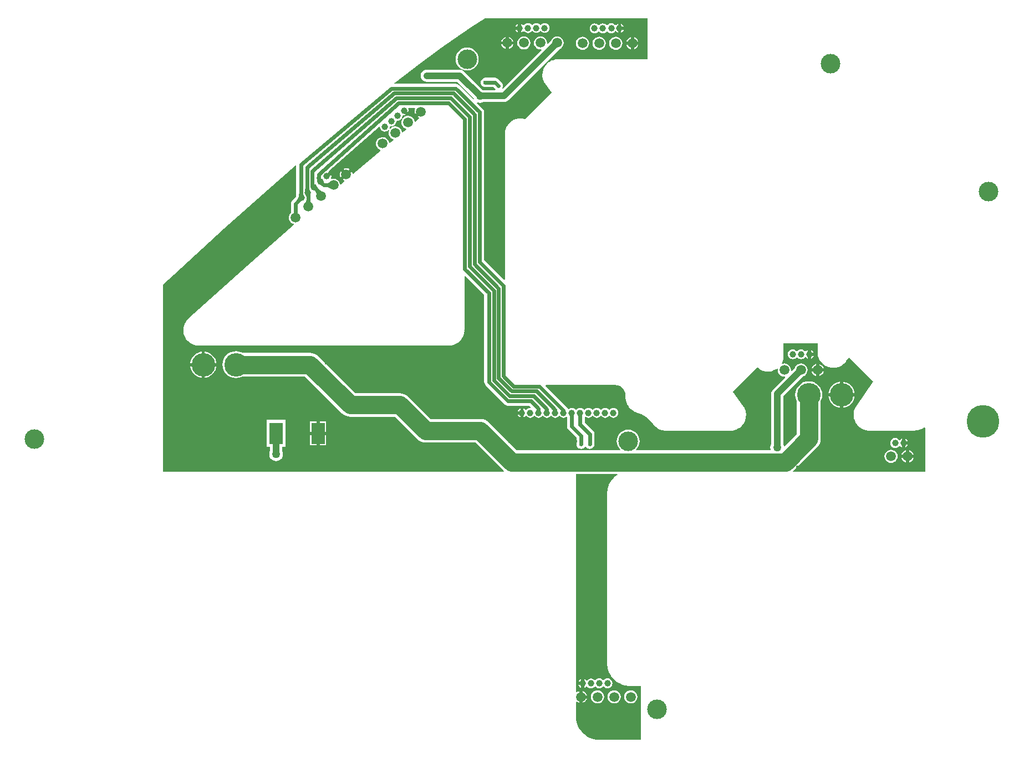
<source format=gbl>
G04*
G04 #@! TF.GenerationSoftware,Altium Limited,Altium Designer,18.1.7 (191)*
G04*
G04 Layer_Physical_Order=2*
G04 Layer_Color=16711680*
%FSLAX42Y42*%
%MOMM*%
G71*
G01*
G75*
%ADD27C,0.60*%
%ADD31C,1.27*%
%ADD41C,0.60*%
%ADD42C,1.00*%
%ADD43C,0.80*%
%ADD46C,1.50*%
%ADD47C,1.00*%
%ADD48C,3.60*%
%ADD49C,3.00*%
%ADD50C,5.00*%
%ADD51C,0.70*%
%ADD52R,2.00X3.30*%
%ADD53C,2.80*%
G36*
X10300Y10441D02*
X8937D01*
X8935Y10440D01*
X8933Y10441D01*
X8893Y10437D01*
X8889Y10435D01*
X8885Y10435D01*
X8846Y10423D01*
X8843Y10421D01*
X8839Y10420D01*
X8804Y10400D01*
X8801Y10398D01*
X8797Y10396D01*
X8766Y10370D01*
X8764Y10367D01*
X8761Y10364D01*
X8736Y10332D01*
X8734Y10329D01*
X8732Y10325D01*
X8714Y10290D01*
X8712Y10286D01*
X8711Y10282D01*
X8700Y10243D01*
X8700Y10239D01*
X8699Y10235D01*
X8696Y10195D01*
X8697Y10191D01*
X8697Y10187D01*
X8702Y10147D01*
X8704Y10143D01*
X8704Y10139D01*
X8717Y10101D01*
X8720Y10098D01*
X8721Y10094D01*
X8742Y10059D01*
X8743Y10058D01*
X8744Y10056D01*
X8835Y9933D01*
X8429Y9527D01*
X8391Y9534D01*
X8387Y9534D01*
X8383Y9535D01*
X8341Y9535D01*
X8337Y9534D01*
X8333Y9534D01*
X8292Y9525D01*
X8288Y9523D01*
X8284Y9522D01*
X8246Y9505D01*
X8243Y9503D01*
X8239Y9501D01*
X8205Y9476D01*
X8203Y9473D01*
X8199Y9471D01*
X8171Y9440D01*
X8169Y9436D01*
X8166Y9433D01*
X8146Y9397D01*
X8144Y9393D01*
X8142Y9389D01*
X8130Y9349D01*
X8129Y9345D01*
X8128Y9341D01*
X8123Y9300D01*
X8124Y9297D01*
X8123Y9295D01*
Y7073D01*
X8112Y7068D01*
X7806Y7374D01*
Y9632D01*
X7803Y9651D01*
X7796Y9668D01*
X7785Y9682D01*
X7695Y9772D01*
X7702Y9783D01*
X7718Y9777D01*
X7745Y9773D01*
X7772Y9777D01*
X7796Y9787D01*
X8111D01*
X8134Y9790D01*
X8156Y9799D01*
X8175Y9813D01*
X8957Y10596D01*
X8973Y10602D01*
X8994Y10618D01*
X9010Y10639D01*
X9020Y10663D01*
X9024Y10690D01*
X9020Y10716D01*
X9010Y10740D01*
X8994Y10761D01*
X8973Y10777D01*
X8949Y10787D01*
X8923Y10790D01*
X8897Y10787D01*
X8872Y10777D01*
X8851Y10761D01*
X8835Y10740D01*
X8829Y10724D01*
X8781Y10676D01*
X8769Y10682D01*
X8770Y10690D01*
X8766Y10716D01*
X8756Y10740D01*
X8740Y10761D01*
X8719Y10777D01*
X8695Y10787D01*
X8669Y10790D01*
X8643Y10787D01*
X8618Y10777D01*
X8597Y10761D01*
X8581Y10740D01*
X8571Y10716D01*
X8568Y10690D01*
X8571Y10663D01*
X8581Y10639D01*
X8597Y10618D01*
X8618Y10602D01*
X8643Y10592D01*
X8669Y10589D01*
X8677Y10590D01*
X8682Y10578D01*
X8095Y9990D01*
X8085Y9998D01*
X8086Y10000D01*
X8093Y10017D01*
X8096Y10035D01*
X8093Y10053D01*
X8086Y10070D01*
X8075Y10085D01*
X8024Y10136D01*
X8009Y10147D01*
X7992Y10154D01*
X7974Y10157D01*
X7826D01*
X7808Y10154D01*
X7791Y10147D01*
X7776Y10136D01*
X7765Y10121D01*
X7758Y10104D01*
X7756Y10086D01*
X7758Y10068D01*
X7765Y10051D01*
X7776Y10036D01*
X7791Y10025D01*
X7808Y10018D01*
X7826Y10015D01*
X7945D01*
X7975Y9985D01*
X7980Y9981D01*
X7976Y9968D01*
X7796D01*
X7773Y9978D01*
X7498Y10252D01*
X7480Y10267D01*
X7458Y10276D01*
X7434Y10279D01*
X6930D01*
X6907Y10276D01*
X6885Y10267D01*
X6866Y10252D01*
X6851Y10234D01*
X6842Y10212D01*
X6839Y10188D01*
X6842Y10165D01*
X6851Y10143D01*
X6866Y10124D01*
X6885Y10110D01*
X6907Y10101D01*
X6930Y10097D01*
X7397D01*
X7645Y9850D01*
X7651Y9835D01*
X7640Y9827D01*
X7422Y10045D01*
X7408Y10056D01*
X7391Y10063D01*
X7372Y10066D01*
X6442Y10066D01*
X6437Y10078D01*
X6448Y10086D01*
X6812Y10367D01*
X7144Y10611D01*
X7447Y10823D01*
X7637Y10950D01*
X7823Y11069D01*
X10300D01*
Y10441D01*
D02*
G37*
G36*
X6757Y9687D02*
X6749Y9672D01*
X6744Y9648D01*
X6745Y9623D01*
X6752Y9599D01*
X6823Y9658D01*
X6855Y9620D01*
X6785Y9561D01*
X6807Y9549D01*
X6814Y9548D01*
X6817Y9535D01*
X6756Y9484D01*
X6744Y9489D01*
X6744Y9493D01*
X6736Y9519D01*
X6722Y9541D01*
X6703Y9559D01*
X6679Y9571D01*
X6654Y9576D01*
X6627Y9575D01*
X6602Y9567D01*
X6580Y9553D01*
X6562Y9534D01*
X6551Y9540D01*
X6556Y9549D01*
X6560Y9568D01*
X6560Y9577D01*
X6572Y9587D01*
X6576Y9586D01*
X6594Y9587D01*
X6605Y9590D01*
X6563Y9640D01*
X6601Y9673D01*
X6643Y9622D01*
X6648Y9632D01*
X6652Y9650D01*
X6652Y9669D01*
X6646Y9686D01*
X6645Y9688D01*
X6651Y9699D01*
X6749D01*
X6757Y9687D01*
D02*
G37*
G36*
X6558Y9525D02*
X6550Y9510D01*
X6544Y9485D01*
X6545Y9458D01*
X6553Y9433D01*
X6568Y9411D01*
X6587Y9393D01*
X6610Y9381D01*
X6614Y9380D01*
X6617Y9368D01*
X6561Y9321D01*
X6550Y9326D01*
X6550Y9330D01*
X6542Y9355D01*
X6527Y9378D01*
X6508Y9395D01*
X6485Y9407D01*
X6459Y9413D01*
X6433Y9412D01*
X6408Y9404D01*
X6385Y9390D01*
X6373Y9376D01*
X6362Y9384D01*
X6363Y9384D01*
X6367Y9403D01*
X6367Y9409D01*
X6376Y9418D01*
X6382Y9416D01*
X6402Y9417D01*
X6421Y9423D01*
X6437Y9434D01*
X6451Y9448D01*
X6460Y9466D01*
X6464Y9485D01*
X6464Y9492D01*
X6474Y9501D01*
X6478Y9499D01*
X6498Y9500D01*
X6517Y9506D01*
X6533Y9517D01*
X6547Y9531D01*
X6558Y9525D01*
D02*
G37*
G36*
X6217Y9404D02*
X6217Y9397D01*
X6223Y9378D01*
X6234Y9361D01*
X6248Y9348D01*
X6266Y9339D01*
X6285Y9335D01*
X6305Y9336D01*
X6324Y9341D01*
X6340Y9352D01*
X6348Y9361D01*
X6359Y9354D01*
X6355Y9347D01*
X6350Y9321D01*
X6351Y9295D01*
X6359Y9270D01*
X6373Y9248D01*
X6392Y9230D01*
X6416Y9218D01*
X6419Y9217D01*
X6422Y9205D01*
X6367Y9159D01*
X6355Y9164D01*
X6355Y9167D01*
X6347Y9192D01*
X6333Y9214D01*
X6313Y9232D01*
X6290Y9244D01*
X6264Y9250D01*
X6238Y9249D01*
X6213Y9241D01*
X6191Y9227D01*
X6173Y9207D01*
X6161Y9184D01*
X6155Y9158D01*
X6156Y9132D01*
X6164Y9107D01*
X6178Y9085D01*
X6198Y9067D01*
X6221Y9055D01*
X6224Y9054D01*
X6227Y9042D01*
X6020Y8868D01*
X6020Y8868D01*
X6020Y8868D01*
X5807Y8686D01*
X5795Y8691D01*
X5795Y8696D01*
X5787Y8720D01*
X5717Y8660D01*
X5647Y8600D01*
X5669Y8589D01*
X5674Y8587D01*
X5677Y8575D01*
X5618Y8525D01*
X5607Y8530D01*
X5607Y8532D01*
X5598Y8557D01*
X5584Y8579D01*
X5565Y8597D01*
X5541Y8609D01*
X5515Y8614D01*
X5489Y8613D01*
X5475Y8608D01*
X5466Y8619D01*
X5470Y8627D01*
X5474Y8645D01*
X5473Y8663D01*
X5469Y8674D01*
X5420Y8631D01*
X5387Y8669D01*
X5438Y8712D01*
X5436Y8726D01*
X6204Y9410D01*
X6217Y9404D01*
D02*
G37*
G36*
X5311Y8642D02*
X5312Y8628D01*
X5312Y8625D01*
X5313Y8622D01*
X5314Y8620D01*
X5315Y8618D01*
X5317Y8617D01*
X5318Y8616D01*
X5259Y8582D01*
X5251Y8640D01*
X5311Y8648D01*
X5311Y8642D01*
D02*
G37*
G36*
X5212Y8560D02*
X5213Y8546D01*
X5214Y8543D01*
X5215Y8540D01*
X5216Y8538D01*
X5217Y8536D01*
X5218Y8535D01*
X5219Y8534D01*
X5162Y8499D01*
X5152Y8557D01*
X5212Y8565D01*
X5212Y8560D01*
D02*
G37*
G36*
X5357Y8561D02*
X5357Y8560D01*
X5364Y8553D01*
X5377Y8539D01*
X5335Y8497D01*
X5313Y8518D01*
X5356Y8561D01*
X5357Y8561D01*
D02*
G37*
G36*
X5454Y8461D02*
X5449Y8466D01*
X5444Y8469D01*
X5439Y8473D01*
X5434Y8476D01*
X5428Y8478D01*
X5422Y8480D01*
X5415Y8482D01*
X5408Y8483D01*
X5401Y8484D01*
X5394Y8484D01*
Y8544D01*
X5401Y8544D01*
X5408Y8545D01*
X5415Y8546D01*
X5422Y8547D01*
X5428Y8549D01*
X5434Y8552D01*
X5439Y8555D01*
X5444Y8558D01*
X5449Y8562D01*
X5454Y8566D01*
Y8461D01*
D02*
G37*
G36*
X5130Y8474D02*
X5131Y8461D01*
X5132Y8457D01*
X5133Y8454D01*
X5134Y8451D01*
X5135Y8449D01*
X5136Y8448D01*
X5138Y8447D01*
X5070Y8428D01*
X5070Y8457D01*
X5130Y8480D01*
X5130Y8474D01*
D02*
G37*
G36*
X5260Y8483D02*
X5261Y8481D01*
X5262Y8479D01*
X5263Y8477D01*
X5265Y8474D01*
X5270Y8468D01*
X5277Y8461D01*
X5281Y8457D01*
X5278Y8454D01*
X5282Y8456D01*
X5287Y8451D01*
X5298Y8441D01*
X5304Y8437D01*
X5314Y8430D01*
X5320Y8427D01*
X5325Y8425D01*
X5331Y8422D01*
X5336Y8421D01*
X5243Y8372D01*
X5245Y8378D01*
X5245Y8384D01*
X5245Y8389D01*
X5245Y8395D01*
X5243Y8400D01*
X5241Y8406D01*
X5238Y8412D01*
X5234Y8417D01*
X5231Y8422D01*
X5221Y8430D01*
X5219Y8432D01*
X5216Y8433D01*
X5214Y8434D01*
X5212Y8435D01*
X5211Y8435D01*
X5260Y8485D01*
X5260Y8483D01*
D02*
G37*
G36*
X5039Y8390D02*
X5040Y8376D01*
X5040Y8372D01*
X5041Y8369D01*
X5042Y8366D01*
X5043Y8364D01*
X5044Y8363D01*
X5046Y8361D01*
X4977Y8350D01*
X4977Y8350D01*
X4977Y8352D01*
X4978Y8354D01*
X4978Y8359D01*
X4979Y8371D01*
X4979Y8382D01*
X5039Y8395D01*
X5039Y8390D01*
D02*
G37*
G36*
X5154Y8373D02*
X5153Y8371D01*
X5153Y8369D01*
X5153Y8364D01*
X5152Y8352D01*
X5152Y8341D01*
X5092Y8328D01*
X5092Y8333D01*
X5091Y8347D01*
X5090Y8351D01*
X5090Y8354D01*
X5089Y8357D01*
X5088Y8359D01*
X5086Y8360D01*
X5085Y8362D01*
X5154Y8373D01*
X5154Y8373D01*
D02*
G37*
G36*
X5017Y8270D02*
X5015Y8270D01*
X5013Y8269D01*
X5011Y8268D01*
X5009Y8267D01*
X5006Y8265D01*
X5000Y8260D01*
X4993Y8253D01*
X4989Y8250D01*
X4946Y8292D01*
X4950Y8296D01*
X4962Y8309D01*
X4964Y8312D01*
X4965Y8314D01*
X4966Y8316D01*
X4967Y8318D01*
X4967Y8320D01*
X5017Y8270D01*
D02*
G37*
G36*
X5152Y8297D02*
X5152Y8290D01*
X5153Y8283D01*
X5154Y8276D01*
X5156Y8269D01*
X5158Y8263D01*
X5160Y8257D01*
X5163Y8252D01*
X5166Y8246D01*
X5170Y8242D01*
X5174Y8237D01*
X5069Y8238D01*
X5074Y8243D01*
X5077Y8247D01*
X5081Y8253D01*
X5084Y8258D01*
X5086Y8264D01*
X5088Y8270D01*
X5090Y8277D01*
X5091Y8283D01*
X5092Y8291D01*
X5092Y8298D01*
X5152Y8297D01*
D02*
G37*
G36*
X8921Y5074D02*
X8856Y5066D01*
X8856Y5067D01*
X8856Y5069D01*
X8856Y5070D01*
X8855Y5072D01*
X8853Y5075D01*
X8851Y5077D01*
X8846Y5084D01*
X8839Y5092D01*
X8890Y5125D01*
X8921Y5074D01*
D02*
G37*
G36*
X9044Y5076D02*
X8979Y5062D01*
X8979Y5063D01*
X8979Y5064D01*
X8979Y5066D01*
X8978Y5069D01*
X8977Y5071D01*
X8975Y5074D01*
X8972Y5077D01*
X8966Y5084D01*
X8962Y5088D01*
X9011Y5124D01*
X9044Y5076D01*
D02*
G37*
G36*
X9308Y4996D02*
X9307Y4994D01*
X9306Y4992D01*
X9305Y4989D01*
X9305Y4986D01*
X9304Y4978D01*
X9304Y4968D01*
X9304Y4962D01*
X9243D01*
X9243Y4968D01*
X9242Y4986D01*
X9242Y4989D01*
X9241Y4992D01*
X9240Y4994D01*
X9239Y4996D01*
X9239Y4997D01*
X9308D01*
X9308Y4996D01*
D02*
G37*
G36*
X9181D02*
X9180Y4994D01*
X9179Y4992D01*
X9178Y4989D01*
X9178Y4986D01*
X9177Y4978D01*
X9177Y4968D01*
X9176Y4962D01*
X9117D01*
X9116Y4968D01*
X9115Y4986D01*
X9115Y4989D01*
X9114Y4992D01*
X9113Y4994D01*
X9112Y4996D01*
X9111Y4997D01*
X9182D01*
X9181Y4996D01*
D02*
G37*
G36*
X4938Y8811D02*
Y8383D01*
X4938Y8383D01*
X4938Y8372D01*
X4937Y8362D01*
X4937Y8359D01*
X4937Y8359D01*
X4937Y8355D01*
X4936Y8351D01*
X4936Y8347D01*
X4936Y8346D01*
X4935Y8344D01*
X4932Y8340D01*
X4931Y8337D01*
X4929Y8335D01*
X4929Y8334D01*
X4920Y8324D01*
X4917Y8321D01*
X4917Y8320D01*
X4878Y8281D01*
X4867Y8267D01*
X4860Y8249D01*
X4857Y8231D01*
Y8090D01*
X4845Y8076D01*
X4833Y8053D01*
X4827Y8027D01*
X4829Y8001D01*
X4837Y7976D01*
X4851Y7953D01*
X4871Y7936D01*
X4894Y7924D01*
X4902Y7922D01*
X4905Y7910D01*
X4193Y7286D01*
X4192Y7285D01*
X4192Y7285D01*
X3293Y6478D01*
X3291Y6477D01*
X3290Y6475D01*
X3263Y6446D01*
X3261Y6442D01*
X3258Y6439D01*
X3238Y6405D01*
X3236Y6401D01*
X3234Y6397D01*
X3221Y6359D01*
X3221Y6355D01*
X3219Y6352D01*
X3214Y6312D01*
X3214Y6308D01*
X3214Y6304D01*
X3216Y6264D01*
X3218Y6260D01*
X3218Y6256D01*
X3228Y6217D01*
X3230Y6213D01*
X3231Y6210D01*
X3249Y6174D01*
X3252Y6171D01*
X3254Y6167D01*
X3279Y6136D01*
X3282Y6133D01*
X3284Y6130D01*
X3315Y6104D01*
X3319Y6102D01*
X3322Y6099D01*
X3357Y6080D01*
X3361Y6079D01*
X3364Y6077D01*
X3402Y6065D01*
X3407Y6065D01*
X3410Y6063D01*
X3450Y6059D01*
X3452Y6060D01*
X3454Y6059D01*
X7264D01*
X7266Y6060D01*
X7269Y6059D01*
X7313Y6064D01*
X7317Y6066D01*
X7322Y6067D01*
X7364Y6081D01*
X7368Y6084D01*
X7372Y6085D01*
X7410Y6109D01*
X7414Y6112D01*
X7418Y6115D01*
X7449Y6146D01*
X7452Y6150D01*
X7455Y6154D01*
X7479Y6192D01*
X7480Y6196D01*
X7483Y6200D01*
X7498Y6242D01*
X7498Y6247D01*
X7500Y6251D01*
X7505Y6295D01*
X7504Y6298D01*
X7505Y6300D01*
Y7121D01*
X7517Y7126D01*
X7808Y6834D01*
Y5501D01*
X7811Y5483D01*
X7818Y5466D01*
X7829Y5451D01*
X8115Y5165D01*
X8130Y5154D01*
X8147Y5147D01*
X8165Y5144D01*
X8496D01*
X8520Y5120D01*
X8514Y5108D01*
X8511Y5108D01*
X8492Y5106D01*
X8474Y5098D01*
X8458Y5086D01*
X8453Y5079D01*
X8437D01*
X8434Y5082D01*
X8420Y5094D01*
X8410Y5098D01*
Y5033D01*
Y4967D01*
X8420Y4971D01*
X8434Y4983D01*
X8437Y4986D01*
X8453D01*
X8458Y4979D01*
X8474Y4967D01*
X8492Y4959D01*
X8511Y4957D01*
X8531Y4959D01*
X8549Y4967D01*
X8565Y4979D01*
X8569Y4984D01*
X8581D01*
X8585Y4979D01*
X8601Y4967D01*
X8619Y4959D01*
X8639Y4957D01*
X8658Y4959D01*
X8676Y4967D01*
X8692Y4979D01*
X8696Y4984D01*
X8708D01*
X8712Y4979D01*
X8728Y4967D01*
X8746Y4959D01*
X8765Y4957D01*
X8785Y4959D01*
X8803Y4967D01*
X8819Y4979D01*
X8823Y4984D01*
X8835D01*
X8839Y4979D01*
X8855Y4967D01*
X8873Y4959D01*
X8893Y4957D01*
X8912Y4959D01*
X8930Y4967D01*
X8946Y4979D01*
X8950Y4984D01*
X8962D01*
X8966Y4979D01*
X8982Y4967D01*
X9000Y4959D01*
X9019Y4957D01*
X9039Y4959D01*
X9057Y4967D01*
X9063Y4971D01*
X9073Y4968D01*
X9076Y4965D01*
X9076Y4962D01*
X9076Y4961D01*
Y4824D01*
X9078Y4805D01*
X9085Y4788D01*
X9097Y4774D01*
X9219Y4651D01*
Y4553D01*
X9222Y4534D01*
X9229Y4517D01*
X9240Y4503D01*
X9255Y4491D01*
X9272Y4484D01*
X9290Y4482D01*
X9308Y4484D01*
X9325Y4491D01*
X9340Y4503D01*
X9346Y4510D01*
X9361D01*
X9368Y4503D01*
X9382Y4491D01*
X9399Y4484D01*
X9418Y4482D01*
X9436Y4484D01*
X9453Y4491D01*
X9467Y4503D01*
X9479Y4517D01*
X9486Y4534D01*
X9488Y4553D01*
Y4712D01*
X9486Y4731D01*
X9479Y4748D01*
X9467Y4762D01*
X9344Y4886D01*
Y4961D01*
X9344Y4962D01*
X9344Y4965D01*
X9349Y4968D01*
X9357Y4971D01*
X9363Y4967D01*
X9381Y4959D01*
X9400Y4957D01*
X9420Y4959D01*
X9438Y4967D01*
X9454Y4979D01*
X9458Y4984D01*
X9470D01*
X9474Y4979D01*
X9490Y4967D01*
X9508Y4959D01*
X9528Y4957D01*
X9547Y4959D01*
X9565Y4967D01*
X9581Y4979D01*
X9585Y4984D01*
X9597D01*
X9601Y4979D01*
X9617Y4967D01*
X9635Y4959D01*
X9654Y4957D01*
X9674Y4959D01*
X9692Y4967D01*
X9708Y4979D01*
X9712Y4984D01*
X9724D01*
X9728Y4979D01*
X9744Y4967D01*
X9762Y4959D01*
X9782Y4957D01*
X9801Y4959D01*
X9819Y4967D01*
X9835Y4979D01*
X9847Y4995D01*
X9855Y5013D01*
X9857Y5033D01*
X9855Y5052D01*
X9847Y5070D01*
X9835Y5086D01*
X9819Y5098D01*
X9801Y5106D01*
X9782Y5108D01*
X9762Y5106D01*
X9744Y5098D01*
X9728Y5086D01*
X9724Y5081D01*
X9712D01*
X9708Y5086D01*
X9692Y5098D01*
X9674Y5106D01*
X9654Y5108D01*
X9635Y5106D01*
X9617Y5098D01*
X9601Y5086D01*
X9597Y5081D01*
X9585D01*
X9581Y5086D01*
X9565Y5098D01*
X9547Y5106D01*
X9528Y5108D01*
X9508Y5106D01*
X9490Y5098D01*
X9474Y5086D01*
X9470Y5081D01*
X9458D01*
X9454Y5086D01*
X9438Y5098D01*
X9420Y5106D01*
X9400Y5108D01*
X9381Y5106D01*
X9363Y5098D01*
X9347Y5086D01*
X9343Y5081D01*
X9331D01*
X9327Y5086D01*
X9311Y5098D01*
X9293Y5106D01*
X9274Y5108D01*
X9254Y5106D01*
X9236Y5098D01*
X9220Y5086D01*
X9216Y5081D01*
X9204D01*
X9200Y5086D01*
X9184Y5098D01*
X9166Y5106D01*
X9146Y5108D01*
X9127Y5106D01*
X9109Y5098D01*
X9100Y5092D01*
X9098Y5092D01*
X9086Y5096D01*
X9081Y5108D01*
X9069Y5123D01*
X8745Y5447D01*
X8750Y5459D01*
X9805D01*
X9842Y5455D01*
X9876Y5443D01*
X9906Y5424D01*
X9931Y5399D01*
X9950Y5369D01*
X9962Y5335D01*
X9966Y5298D01*
Y5271D01*
X9967Y5269D01*
X9966Y5266D01*
X9971Y5224D01*
X9972Y5220D01*
X9973Y5216D01*
X9986Y5175D01*
X9988Y5171D01*
X9990Y5167D01*
X10012Y5131D01*
X10014Y5127D01*
X10017Y5124D01*
X10046Y5092D01*
X10049Y5090D01*
X10052Y5087D01*
X10087Y5062D01*
X10091Y5060D01*
X10095Y5058D01*
X10134Y5042D01*
X10135Y5041D01*
X10135Y5041D01*
X10210Y5012D01*
X10276Y4972D01*
X10335Y4922D01*
X10386Y4860D01*
X10387Y4859D01*
X10387Y4859D01*
X10419Y4823D01*
X10423Y4820D01*
X10426Y4816D01*
X10466Y4789D01*
X10470Y4787D01*
X10474Y4785D01*
X10519Y4768D01*
X10524Y4767D01*
X10529Y4765D01*
X10577Y4760D01*
X10579Y4760D01*
X10581Y4759D01*
X11567D01*
X11569Y4760D01*
X11571Y4759D01*
X11611Y4763D01*
X11615Y4765D01*
X11619Y4765D01*
X11658Y4777D01*
X11661Y4779D01*
X11665Y4780D01*
X11700Y4800D01*
X11703Y4802D01*
X11707Y4804D01*
X11738Y4830D01*
X11740Y4833D01*
X11743Y4836D01*
X11768Y4868D01*
X11770Y4871D01*
X11772Y4875D01*
X11790Y4910D01*
X11792Y4914D01*
X11793Y4918D01*
X11804Y4957D01*
X11804Y4961D01*
X11805Y4965D01*
X11808Y5005D01*
X11807Y5009D01*
X11807Y5013D01*
X11802Y5053D01*
X11801Y5057D01*
X11800Y5061D01*
X11787Y5099D01*
X11784Y5102D01*
X11783Y5106D01*
X11762Y5141D01*
X11761Y5142D01*
X11760Y5144D01*
X11604Y5354D01*
X11970Y5720D01*
X11984Y5721D01*
X12018Y5697D01*
X12022Y5695D01*
X12026Y5693D01*
X12064Y5676D01*
X12068Y5676D01*
X12072Y5674D01*
X12113Y5666D01*
X12117Y5666D01*
X12121Y5665D01*
X12163Y5665D01*
X12167Y5666D01*
X12171Y5666D01*
X12212Y5675D01*
X12216Y5677D01*
X12220Y5678D01*
X12258Y5695D01*
X12261Y5697D01*
X12265Y5699D01*
X12282Y5711D01*
X12293Y5704D01*
X12291Y5687D01*
X12295Y5661D01*
X12305Y5637D01*
X12321Y5616D01*
X12342Y5600D01*
X12366Y5590D01*
X12392Y5586D01*
X12400Y5587D01*
X12406Y5575D01*
X12218Y5388D01*
X12204Y5369D01*
X12195Y5347D01*
X12192Y5324D01*
Y4556D01*
X12182Y4532D01*
X12178Y4505D01*
X12182Y4478D01*
X12184Y4471D01*
X12177Y4461D01*
X10132D01*
X10128Y4473D01*
X10131Y4476D01*
X10153Y4502D01*
X10169Y4533D01*
X10179Y4566D01*
X10183Y4600D01*
X10179Y4634D01*
X10169Y4667D01*
X10153Y4698D01*
X10131Y4724D01*
X10105Y4746D01*
X10074Y4762D01*
X10041Y4772D01*
X10007Y4776D01*
X9973Y4772D01*
X9940Y4762D01*
X9909Y4746D01*
X9883Y4724D01*
X9861Y4698D01*
X9845Y4667D01*
X9835Y4634D01*
X9831Y4600D01*
X9835Y4566D01*
X9845Y4533D01*
X9861Y4502D01*
X9883Y4476D01*
X9886Y4473D01*
X9882Y4461D01*
X8302D01*
X7878Y4885D01*
X7850Y4908D01*
X7819Y4925D01*
X7785Y4935D01*
X7750Y4938D01*
X6990D01*
X6648Y5280D01*
X6620Y5303D01*
X6589Y5320D01*
X6555Y5330D01*
X6520Y5333D01*
X5840D01*
X5275Y5898D01*
X5248Y5920D01*
X5217Y5937D01*
X5183Y5947D01*
X5147Y5951D01*
X4114D01*
X4096Y5960D01*
X4058Y5972D01*
X4017Y5976D01*
X3977Y5972D01*
X3939Y5960D01*
X3903Y5941D01*
X3872Y5916D01*
X3846Y5884D01*
X3827Y5849D01*
X3815Y5810D01*
X3812Y5770D01*
X3815Y5730D01*
X3827Y5691D01*
X3846Y5656D01*
X3872Y5624D01*
X3903Y5599D01*
X3939Y5580D01*
X3977Y5568D01*
X4017Y5564D01*
X4058Y5568D01*
X4096Y5580D01*
X4114Y5589D01*
X5073D01*
X5637Y5025D01*
X5637Y5025D01*
X5665Y5002D01*
X5696Y4985D01*
X5730Y4975D01*
X5765Y4972D01*
X6445D01*
X6787Y4630D01*
X6815Y4607D01*
X6846Y4590D01*
X6880Y4580D01*
X6915Y4577D01*
X7675D01*
X8100Y4152D01*
X8100Y4152D01*
X8111Y4143D01*
X8107Y4131D01*
X2900D01*
Y6990D01*
X3071Y7149D01*
X3832Y7845D01*
X4499Y8443D01*
X4925Y8817D01*
X4938Y8811D01*
D02*
G37*
G36*
X12899Y5960D02*
X12900Y5958D01*
X12899Y5956D01*
X12904Y5914D01*
X12905Y5910D01*
X12906Y5906D01*
X12919Y5866D01*
X12921Y5862D01*
X12922Y5858D01*
X12944Y5821D01*
X12946Y5818D01*
X12949Y5814D01*
X12977Y5783D01*
X12980Y5781D01*
X12983Y5778D01*
X13018Y5753D01*
X13022Y5751D01*
X13025Y5749D01*
X13064Y5732D01*
X13068Y5731D01*
X13072Y5729D01*
X13113Y5721D01*
X13118Y5721D01*
X13122Y5720D01*
X13164Y5721D01*
X13168Y5722D01*
X13172Y5722D01*
X13214Y5731D01*
X13217Y5733D01*
X13222Y5734D01*
X13260Y5752D01*
X13263Y5754D01*
X13267Y5756D01*
X13301Y5781D01*
X13304Y5785D01*
X13307Y5787D01*
X13335Y5819D01*
X13336Y5821D01*
X13337Y5822D01*
X13374Y5875D01*
X13387Y5876D01*
X13752Y5511D01*
X13492Y5138D01*
X13491Y5136D01*
X13490Y5134D01*
X13469Y5096D01*
X13467Y5092D01*
X13465Y5088D01*
X13453Y5046D01*
X13453Y5041D01*
X13452Y5037D01*
X13449Y4994D01*
X13449Y4989D01*
X13449Y4985D01*
X13456Y4942D01*
X13457Y4938D01*
X13458Y4933D01*
X13474Y4893D01*
X13476Y4889D01*
X13478Y4885D01*
X13502Y4849D01*
X13505Y4846D01*
X13508Y4842D01*
X13539Y4812D01*
X13543Y4809D01*
X13546Y4806D01*
X13584Y4784D01*
X13588Y4782D01*
X13592Y4780D01*
X13633Y4766D01*
X13637Y4766D01*
X13642Y4764D01*
X13685Y4759D01*
X13687Y4760D01*
X13689Y4759D01*
X14353D01*
X14355Y4760D01*
X14357Y4759D01*
X14415Y4765D01*
X14419Y4766D01*
X14423Y4767D01*
X14479Y4784D01*
X14483Y4786D01*
X14487Y4787D01*
X14529Y4810D01*
X14542Y4802D01*
Y4131D01*
X12528D01*
X12524Y4143D01*
X12535Y4152D01*
X12893Y4510D01*
X12915Y4537D01*
X12932Y4568D01*
X12942Y4602D01*
X12946Y4638D01*
X12946Y4638D01*
Y5214D01*
X12955Y5231D01*
X12967Y5270D01*
X12971Y5310D01*
X12967Y5350D01*
X12955Y5389D01*
X12936Y5424D01*
X12911Y5456D01*
X12879Y5481D01*
X12844Y5500D01*
X12805Y5512D01*
X12765Y5516D01*
X12725Y5512D01*
X12686Y5500D01*
X12651Y5481D01*
X12619Y5456D01*
X12594Y5424D01*
X12575Y5389D01*
X12563Y5350D01*
X12559Y5310D01*
X12563Y5270D01*
X12575Y5231D01*
X12584Y5214D01*
Y4712D01*
X12396Y4524D01*
X12384Y4528D01*
X12383Y4532D01*
X12373Y4556D01*
Y5286D01*
X12680Y5593D01*
X12697Y5600D01*
X12717Y5616D01*
X12733Y5637D01*
X12744Y5661D01*
X12747Y5687D01*
X12744Y5713D01*
X12733Y5738D01*
X12717Y5759D01*
X12697Y5775D01*
X12672Y5785D01*
X12646Y5788D01*
X12620Y5785D01*
X12596Y5775D01*
X12575Y5759D01*
X12559Y5738D01*
X12552Y5722D01*
X12504Y5674D01*
X12492Y5679D01*
X12493Y5687D01*
X12490Y5713D01*
X12479Y5738D01*
X12463Y5759D01*
X12443Y5775D01*
X12418Y5785D01*
X12392Y5788D01*
X12366Y5785D01*
X12360Y5782D01*
X12352Y5792D01*
X12358Y5803D01*
X12360Y5807D01*
X12362Y5811D01*
X12374Y5851D01*
X12375Y5855D01*
X12376Y5859D01*
X12381Y5900D01*
X12380Y5903D01*
X12381Y5905D01*
Y6100D01*
X12899D01*
Y5960D01*
D02*
G37*
G36*
X9844Y4087D02*
X9841Y4085D01*
X9838Y4083D01*
X9834Y4081D01*
X9789Y4044D01*
X9786Y4041D01*
X9783Y4038D01*
X9746Y3993D01*
X9744Y3989D01*
X9742Y3986D01*
X9714Y3934D01*
X9713Y3930D01*
X9711Y3927D01*
X9694Y3870D01*
X9693Y3866D01*
X9692Y3863D01*
X9686Y3804D01*
X9687Y3802D01*
X9686Y3800D01*
Y1200D01*
X9687Y1198D01*
X9686Y1196D01*
X9692Y1137D01*
X9693Y1134D01*
X9694Y1130D01*
X9711Y1073D01*
X9713Y1070D01*
X9714Y1066D01*
X9742Y1014D01*
X9744Y1011D01*
X9746Y1007D01*
X9783Y962D01*
X9786Y959D01*
X9789Y956D01*
X9834Y919D01*
X9838Y917D01*
X9841Y915D01*
X9893Y887D01*
X9897Y886D01*
X9900Y884D01*
X9957Y867D01*
X9961Y866D01*
X9964Y865D01*
X10023Y859D01*
X10025Y860D01*
X10027Y859D01*
X10200D01*
Y31D01*
X9578D01*
X9513Y36D01*
X9451Y53D01*
X9392Y80D01*
X9340Y117D01*
X9294Y163D01*
X9257Y215D01*
X9230Y274D01*
X9213Y336D01*
X9208Y401D01*
Y614D01*
X9220Y619D01*
X9236Y607D01*
X9259Y598D01*
Y690D01*
Y782D01*
X9236Y773D01*
X9220Y761D01*
X9208Y766D01*
Y4099D01*
X9841D01*
X9844Y4087D01*
D02*
G37*
%LPC*%
G36*
X8731Y10994D02*
X8711Y10991D01*
X8693Y10984D01*
X8678Y10972D01*
X8674Y10967D01*
X8661D01*
X8657Y10972D01*
X8642Y10984D01*
X8624Y10991D01*
X8604Y10994D01*
X8584Y10991D01*
X8566Y10984D01*
X8551Y10972D01*
X8546Y10966D01*
X8533D01*
X8530Y10970D01*
X8515Y10982D01*
X8497Y10989D01*
X8477Y10992D01*
X8457Y10989D01*
X8439Y10982D01*
X8424Y10970D01*
X8418Y10963D01*
X8402D01*
X8400Y10966D01*
X8385Y10977D01*
X8375Y10982D01*
Y10916D01*
Y10851D01*
X8385Y10855D01*
X8400Y10866D01*
X8402Y10869D01*
X8418D01*
X8424Y10863D01*
X8439Y10851D01*
X8457Y10843D01*
X8477Y10841D01*
X8497Y10843D01*
X8515Y10851D01*
X8530Y10863D01*
X8535Y10868D01*
X8548D01*
X8551Y10865D01*
X8566Y10853D01*
X8584Y10845D01*
X8604Y10843D01*
X8624Y10845D01*
X8642Y10853D01*
X8657Y10865D01*
X8661Y10869D01*
X8674D01*
X8678Y10865D01*
X8693Y10853D01*
X8711Y10845D01*
X8731Y10843D01*
X8751Y10845D01*
X8769Y10853D01*
X8784Y10865D01*
X8797Y10880D01*
X8804Y10899D01*
X8807Y10918D01*
X8804Y10938D01*
X8797Y10956D01*
X8784Y10972D01*
X8769Y10984D01*
X8751Y10991D01*
X8731Y10994D01*
D02*
G37*
G36*
X9749Y10990D02*
X9729Y10988D01*
X9711Y10980D01*
X9695Y10968D01*
X9691Y10962D01*
X9678D01*
X9675Y10966D01*
X9659Y10978D01*
X9641Y10986D01*
X9621Y10988D01*
X9602Y10986D01*
X9584Y10978D01*
X9568Y10966D01*
X9564Y10961D01*
X9552D01*
X9548Y10966D01*
X9532Y10978D01*
X9514Y10986D01*
X9494Y10988D01*
X9475Y10986D01*
X9457Y10978D01*
X9441Y10966D01*
X9429Y10950D01*
X9421Y10932D01*
X9419Y10912D01*
X9421Y10893D01*
X9429Y10875D01*
X9441Y10859D01*
X9457Y10847D01*
X9475Y10839D01*
X9494Y10837D01*
X9514Y10839D01*
X9532Y10847D01*
X9548Y10859D01*
X9552Y10864D01*
X9564D01*
X9568Y10859D01*
X9584Y10847D01*
X9602Y10839D01*
X9621Y10837D01*
X9641Y10839D01*
X9659Y10847D01*
X9675Y10859D01*
X9679Y10865D01*
X9692D01*
X9695Y10861D01*
X9711Y10849D01*
X9729Y10841D01*
X9749Y10839D01*
X9768Y10841D01*
X9786Y10849D01*
X9802Y10861D01*
X9807Y10868D01*
X9823D01*
X9826Y10865D01*
X9840Y10853D01*
X9850Y10849D01*
Y10914D01*
Y10980D01*
X9840Y10976D01*
X9826Y10964D01*
X9823Y10961D01*
X9807D01*
X9802Y10968D01*
X9786Y10980D01*
X9768Y10988D01*
X9749Y10990D01*
D02*
G37*
G36*
X8325Y10982D02*
X8315Y10977D01*
X8300Y10966D01*
X8289Y10952D01*
X8285Y10941D01*
X8325D01*
Y10982D01*
D02*
G37*
G36*
X9900Y10980D02*
Y10939D01*
X9941D01*
X9937Y10950D01*
X9925Y10964D01*
X9911Y10976D01*
X9900Y10980D01*
D02*
G37*
G36*
X8325Y10891D02*
X8285D01*
X8289Y10881D01*
X8300Y10866D01*
X8315Y10855D01*
X8325Y10851D01*
Y10891D01*
D02*
G37*
G36*
X9941Y10889D02*
X9900D01*
Y10849D01*
X9911Y10853D01*
X9925Y10865D01*
X9937Y10879D01*
X9941Y10889D01*
D02*
G37*
G36*
X8186Y10782D02*
Y10715D01*
X8253D01*
X8244Y10738D01*
X8228Y10757D01*
X8209Y10773D01*
X8186Y10782D01*
D02*
G37*
G36*
X8136D02*
X8113Y10773D01*
X8093Y10757D01*
X8078Y10738D01*
X8068Y10715D01*
X8136D01*
Y10782D01*
D02*
G37*
G36*
X10096Y10777D02*
Y10710D01*
X10163D01*
X10154Y10733D01*
X10139Y10752D01*
X10119Y10768D01*
X10096Y10777D01*
D02*
G37*
G36*
X10046D02*
X10023Y10768D01*
X10003Y10752D01*
X9988Y10733D01*
X9978Y10710D01*
X10046D01*
Y10777D01*
D02*
G37*
G36*
X8253Y10665D02*
X8186D01*
Y10597D01*
X8209Y10607D01*
X8228Y10622D01*
X8244Y10642D01*
X8253Y10665D01*
D02*
G37*
G36*
X8136D02*
X8068D01*
X8078Y10642D01*
X8093Y10622D01*
X8113Y10607D01*
X8136Y10597D01*
Y10665D01*
D02*
G37*
G36*
X10163Y10660D02*
X10096D01*
Y10592D01*
X10119Y10602D01*
X10139Y10617D01*
X10154Y10637D01*
X10163Y10660D01*
D02*
G37*
G36*
X10046D02*
X9978D01*
X9988Y10637D01*
X10003Y10617D01*
X10023Y10602D01*
X10046Y10592D01*
Y10660D01*
D02*
G37*
G36*
X8415Y10790D02*
X8389Y10787D01*
X8364Y10777D01*
X8343Y10761D01*
X8327Y10740D01*
X8317Y10716D01*
X8314Y10690D01*
X8317Y10663D01*
X8327Y10639D01*
X8343Y10618D01*
X8364Y10602D01*
X8389Y10592D01*
X8415Y10589D01*
X8441Y10592D01*
X8465Y10602D01*
X8486Y10618D01*
X8502Y10639D01*
X8512Y10663D01*
X8516Y10690D01*
X8512Y10716D01*
X8502Y10740D01*
X8486Y10761D01*
X8465Y10777D01*
X8441Y10787D01*
X8415Y10790D01*
D02*
G37*
G36*
X9817Y10785D02*
X9791Y10782D01*
X9766Y10772D01*
X9745Y10756D01*
X9729Y10735D01*
X9719Y10711D01*
X9716Y10685D01*
X9719Y10658D01*
X9729Y10634D01*
X9745Y10613D01*
X9766Y10597D01*
X9791Y10587D01*
X9817Y10584D01*
X9843Y10587D01*
X9867Y10597D01*
X9888Y10613D01*
X9904Y10634D01*
X9914Y10658D01*
X9918Y10685D01*
X9914Y10711D01*
X9904Y10735D01*
X9888Y10756D01*
X9867Y10772D01*
X9843Y10782D01*
X9817Y10785D01*
D02*
G37*
G36*
X9563D02*
X9537Y10782D01*
X9512Y10772D01*
X9491Y10756D01*
X9475Y10735D01*
X9465Y10711D01*
X9462Y10685D01*
X9465Y10658D01*
X9475Y10634D01*
X9491Y10613D01*
X9512Y10597D01*
X9537Y10587D01*
X9563Y10584D01*
X9589Y10587D01*
X9613Y10597D01*
X9634Y10613D01*
X9650Y10634D01*
X9660Y10658D01*
X9664Y10685D01*
X9660Y10711D01*
X9650Y10735D01*
X9634Y10756D01*
X9613Y10772D01*
X9589Y10782D01*
X9563Y10785D01*
D02*
G37*
G36*
X9309D02*
X9283Y10782D01*
X9258Y10772D01*
X9237Y10756D01*
X9221Y10735D01*
X9211Y10711D01*
X9208Y10685D01*
X9211Y10658D01*
X9221Y10634D01*
X9237Y10613D01*
X9258Y10597D01*
X9283Y10587D01*
X9309Y10584D01*
X9335Y10587D01*
X9359Y10597D01*
X9380Y10613D01*
X9396Y10634D01*
X9406Y10658D01*
X9410Y10685D01*
X9406Y10711D01*
X9396Y10735D01*
X9380Y10756D01*
X9359Y10772D01*
X9335Y10782D01*
X9309Y10785D01*
D02*
G37*
G36*
X7547Y10619D02*
X7513Y10616D01*
X7480Y10606D01*
X7449Y10589D01*
X7423Y10568D01*
X7401Y10541D01*
X7385Y10511D01*
X7375Y10478D01*
X7371Y10443D01*
X7375Y10409D01*
X7385Y10376D01*
X7401Y10346D01*
X7423Y10319D01*
X7449Y10297D01*
X7480Y10281D01*
X7513Y10271D01*
X7547Y10267D01*
X7581Y10271D01*
X7614Y10281D01*
X7645Y10297D01*
X7671Y10319D01*
X7693Y10346D01*
X7709Y10376D01*
X7719Y10409D01*
X7723Y10443D01*
X7719Y10478D01*
X7709Y10511D01*
X7693Y10541D01*
X7671Y10568D01*
X7645Y10589D01*
X7614Y10606D01*
X7581Y10616D01*
X7547Y10619D01*
D02*
G37*
G36*
X5708Y8774D02*
X5683Y8773D01*
X5660Y8765D01*
X5703Y8714D01*
X5755Y8758D01*
X5733Y8769D01*
X5708Y8774D01*
D02*
G37*
G36*
X5622Y8733D02*
X5610Y8711D01*
X5605Y8686D01*
X5606Y8661D01*
X5614Y8638D01*
X5665Y8682D01*
X5622Y8733D01*
D02*
G37*
G36*
X3542Y5969D02*
Y5795D01*
X3716D01*
X3715Y5809D01*
X3703Y5847D01*
X3685Y5882D01*
X3660Y5912D01*
X3629Y5937D01*
X3594Y5956D01*
X3557Y5967D01*
X3542Y5969D01*
D02*
G37*
G36*
X3493D02*
X3478Y5967D01*
X3441Y5956D01*
X3406Y5937D01*
X3375Y5912D01*
X3350Y5882D01*
X3332Y5847D01*
X3320Y5809D01*
X3319Y5795D01*
X3493D01*
Y5969D01*
D02*
G37*
G36*
X3716Y5745D02*
X3542D01*
Y5571D01*
X3557Y5573D01*
X3594Y5584D01*
X3629Y5603D01*
X3660Y5628D01*
X3685Y5658D01*
X3703Y5693D01*
X3715Y5731D01*
X3716Y5745D01*
D02*
G37*
G36*
X3493D02*
X3319D01*
X3320Y5731D01*
X3332Y5693D01*
X3350Y5658D01*
X3375Y5628D01*
X3406Y5603D01*
X3441Y5584D01*
X3478Y5573D01*
X3493Y5571D01*
Y5745D01*
D02*
G37*
G36*
X8360Y5098D02*
X8349Y5094D01*
X8335Y5082D01*
X8323Y5068D01*
X8319Y5058D01*
X8360D01*
Y5098D01*
D02*
G37*
G36*
Y5008D02*
X8319D01*
X8323Y4997D01*
X8335Y4983D01*
X8349Y4971D01*
X8360Y4967D01*
Y5008D01*
D02*
G37*
G36*
X5390Y4905D02*
X5295D01*
Y4745D01*
X5390D01*
Y4905D01*
D02*
G37*
G36*
X5245D02*
X5150D01*
Y4745D01*
X5245D01*
Y4905D01*
D02*
G37*
G36*
X5390Y4695D02*
X5295D01*
Y4535D01*
X5390D01*
Y4695D01*
D02*
G37*
G36*
X5245D02*
X5150D01*
Y4535D01*
X5245D01*
Y4695D01*
D02*
G37*
G36*
X4770Y4925D02*
X4490D01*
Y4515D01*
X4539D01*
Y4450D01*
X4530Y4427D01*
X4526Y4400D01*
X4530Y4373D01*
X4540Y4348D01*
X4557Y4326D01*
X4578Y4310D01*
X4604Y4299D01*
X4631Y4296D01*
X4658Y4299D01*
X4683Y4310D01*
X4704Y4326D01*
X4721Y4348D01*
X4731Y4373D01*
X4735Y4400D01*
X4731Y4427D01*
X4721Y4452D01*
X4721Y4452D01*
Y4515D01*
X4770D01*
Y4925D01*
D02*
G37*
G36*
X12646Y6004D02*
X12627Y6002D01*
X12608Y5994D01*
X12593Y5982D01*
X12589Y5977D01*
X12576D01*
X12573Y5982D01*
X12557Y5994D01*
X12539Y6002D01*
X12519Y6004D01*
X12500Y6002D01*
X12481Y5994D01*
X12466Y5982D01*
X12454Y5966D01*
X12446Y5948D01*
X12443Y5929D01*
X12446Y5909D01*
X12454Y5891D01*
X12466Y5875D01*
X12481Y5863D01*
X12500Y5856D01*
X12519Y5853D01*
X12539Y5856D01*
X12557Y5863D01*
X12573Y5875D01*
X12576Y5880D01*
X12589D01*
X12593Y5875D01*
X12608Y5863D01*
X12627Y5856D01*
X12646Y5853D01*
X12666Y5856D01*
X12684Y5863D01*
X12700Y5875D01*
X12705Y5882D01*
X12721D01*
X12723Y5879D01*
X12738Y5867D01*
X12748Y5863D01*
Y5929D01*
Y5994D01*
X12738Y5990D01*
X12723Y5979D01*
X12721Y5975D01*
X12705D01*
X12700Y5982D01*
X12684Y5994D01*
X12666Y6002D01*
X12646Y6004D01*
D02*
G37*
G36*
X12798Y5994D02*
Y5954D01*
X12839D01*
X12834Y5964D01*
X12823Y5979D01*
X12808Y5990D01*
X12798Y5994D01*
D02*
G37*
G36*
X12839Y5904D02*
X12798D01*
Y5863D01*
X12808Y5867D01*
X12823Y5879D01*
X12834Y5893D01*
X12839Y5904D01*
D02*
G37*
G36*
X12925Y5780D02*
Y5712D01*
X12993D01*
X12983Y5735D01*
X12968Y5755D01*
X12948Y5770D01*
X12925Y5780D01*
D02*
G37*
G36*
X12875D02*
X12852Y5770D01*
X12832Y5755D01*
X12817Y5735D01*
X12808Y5712D01*
X12875D01*
Y5780D01*
D02*
G37*
G36*
X12993Y5662D02*
X12925D01*
Y5595D01*
X12948Y5604D01*
X12968Y5620D01*
X12983Y5639D01*
X12993Y5662D01*
D02*
G37*
G36*
X12875D02*
X12808D01*
X12817Y5639D01*
X12832Y5620D01*
X12852Y5604D01*
X12875Y5595D01*
Y5662D01*
D02*
G37*
G36*
X13290Y5509D02*
Y5335D01*
X13464D01*
X13462Y5349D01*
X13451Y5387D01*
X13432Y5422D01*
X13407Y5452D01*
X13377Y5477D01*
X13342Y5496D01*
X13304Y5507D01*
X13290Y5509D01*
D02*
G37*
G36*
X13240D02*
X13226Y5507D01*
X13188Y5496D01*
X13153Y5477D01*
X13123Y5452D01*
X13098Y5422D01*
X13079Y5387D01*
X13068Y5349D01*
X13066Y5335D01*
X13240D01*
Y5509D01*
D02*
G37*
G36*
X13464Y5285D02*
X13290D01*
Y5111D01*
X13304Y5113D01*
X13342Y5124D01*
X13377Y5143D01*
X13407Y5168D01*
X13432Y5198D01*
X13451Y5233D01*
X13462Y5271D01*
X13464Y5285D01*
D02*
G37*
G36*
X13240D02*
X13066D01*
X13068Y5271D01*
X13079Y5233D01*
X13098Y5198D01*
X13123Y5168D01*
X13153Y5143D01*
X13188Y5124D01*
X13226Y5113D01*
X13240Y5111D01*
Y5285D01*
D02*
G37*
G36*
X14236Y4637D02*
Y4597D01*
X14277D01*
X14272Y4607D01*
X14261Y4622D01*
X14247Y4633D01*
X14236Y4637D01*
D02*
G37*
G36*
X14277Y4547D02*
X14236D01*
Y4507D01*
X14247Y4511D01*
X14261Y4522D01*
X14272Y4537D01*
X14277Y4547D01*
D02*
G37*
G36*
X14084Y4648D02*
X14065Y4645D01*
X14046Y4638D01*
X14031Y4625D01*
X14019Y4610D01*
X14011Y4592D01*
X14009Y4572D01*
X14011Y4552D01*
X14019Y4534D01*
X14031Y4519D01*
X14046Y4506D01*
X14065Y4499D01*
X14084Y4496D01*
X14104Y4499D01*
X14122Y4506D01*
X14138Y4519D01*
X14143Y4525D01*
X14159D01*
X14161Y4522D01*
X14176Y4511D01*
X14186Y4507D01*
Y4572D01*
Y4637D01*
X14176Y4633D01*
X14161Y4622D01*
X14159Y4619D01*
X14143D01*
X14138Y4625D01*
X14122Y4638D01*
X14104Y4645D01*
X14084Y4648D01*
D02*
G37*
G36*
X14300Y4461D02*
Y4394D01*
X14367D01*
X14358Y4417D01*
X14343Y4437D01*
X14323Y4452D01*
X14300Y4461D01*
D02*
G37*
G36*
X14250D02*
X14227Y4452D01*
X14207Y4437D01*
X14192Y4417D01*
X14182Y4394D01*
X14250D01*
Y4461D01*
D02*
G37*
G36*
X14367Y4344D02*
X14300D01*
Y4276D01*
X14323Y4286D01*
X14343Y4301D01*
X14358Y4321D01*
X14367Y4344D01*
D02*
G37*
G36*
X14250D02*
X14182D01*
X14192Y4321D01*
X14207Y4301D01*
X14227Y4286D01*
X14250Y4276D01*
Y4344D01*
D02*
G37*
G36*
X14021Y4470D02*
X13995Y4466D01*
X13970Y4456D01*
X13949Y4440D01*
X13933Y4419D01*
X13923Y4395D01*
X13920Y4369D01*
X13923Y4343D01*
X13933Y4318D01*
X13949Y4297D01*
X13970Y4281D01*
X13995Y4271D01*
X14021Y4268D01*
X14047Y4271D01*
X14071Y4281D01*
X14092Y4297D01*
X14108Y4318D01*
X14118Y4343D01*
X14122Y4369D01*
X14118Y4395D01*
X14108Y4419D01*
X14092Y4440D01*
X14071Y4456D01*
X14047Y4466D01*
X14021Y4470D01*
D02*
G37*
G36*
X9692Y973D02*
X9673Y971D01*
X9654Y963D01*
X9639Y951D01*
X9635Y946D01*
X9622D01*
X9619Y951D01*
X9603Y963D01*
X9585Y971D01*
X9565Y973D01*
X9546Y971D01*
X9527Y963D01*
X9512Y951D01*
X9507Y945D01*
X9495D01*
X9492Y949D01*
X9476Y961D01*
X9458Y969D01*
X9438Y971D01*
X9419Y969D01*
X9400Y961D01*
X9385Y949D01*
X9380Y942D01*
X9364D01*
X9361Y945D01*
X9347Y957D01*
X9336Y961D01*
Y895D01*
Y830D01*
X9347Y834D01*
X9361Y846D01*
X9364Y849D01*
X9380D01*
X9385Y842D01*
X9400Y830D01*
X9419Y822D01*
X9438Y820D01*
X9458Y822D01*
X9476Y830D01*
X9492Y842D01*
X9496Y848D01*
X9509D01*
X9512Y844D01*
X9527Y832D01*
X9546Y824D01*
X9565Y822D01*
X9585Y824D01*
X9603Y832D01*
X9619Y844D01*
X9622Y849D01*
X9635D01*
X9639Y844D01*
X9654Y832D01*
X9673Y824D01*
X9692Y822D01*
X9712Y824D01*
X9730Y832D01*
X9746Y844D01*
X9758Y860D01*
X9765Y878D01*
X9768Y898D01*
X9765Y917D01*
X9758Y935D01*
X9746Y951D01*
X9730Y963D01*
X9712Y971D01*
X9692Y973D01*
D02*
G37*
G36*
X9286Y961D02*
X9276Y957D01*
X9261Y945D01*
X9250Y931D01*
X9246Y920D01*
X9286D01*
Y961D01*
D02*
G37*
G36*
Y870D02*
X9246D01*
X9250Y860D01*
X9261Y846D01*
X9276Y834D01*
X9286Y830D01*
Y870D01*
D02*
G37*
G36*
X9309Y782D02*
Y715D01*
X9376D01*
X9367Y738D01*
X9352Y758D01*
X9332Y773D01*
X9309Y782D01*
D02*
G37*
G36*
X9376Y665D02*
X9309D01*
Y598D01*
X9332Y607D01*
X9352Y622D01*
X9367Y642D01*
X9376Y665D01*
D02*
G37*
G36*
X10046Y791D02*
X10020Y787D01*
X9996Y777D01*
X9975Y761D01*
X9959Y740D01*
X9949Y716D01*
X9945Y690D01*
X9949Y664D01*
X9959Y640D01*
X9975Y619D01*
X9996Y603D01*
X10020Y593D01*
X10046Y589D01*
X10072Y593D01*
X10096Y603D01*
X10117Y619D01*
X10133Y640D01*
X10143Y664D01*
X10147Y690D01*
X10143Y716D01*
X10133Y740D01*
X10117Y761D01*
X10096Y777D01*
X10072Y787D01*
X10046Y791D01*
D02*
G37*
G36*
X9792D02*
X9766Y787D01*
X9742Y777D01*
X9721Y761D01*
X9705Y740D01*
X9695Y716D01*
X9691Y690D01*
X9695Y664D01*
X9705Y640D01*
X9721Y619D01*
X9742Y603D01*
X9766Y593D01*
X9792Y589D01*
X9818Y593D01*
X9842Y603D01*
X9863Y619D01*
X9879Y640D01*
X9889Y664D01*
X9893Y690D01*
X9889Y716D01*
X9879Y740D01*
X9863Y761D01*
X9842Y777D01*
X9818Y787D01*
X9792Y791D01*
D02*
G37*
G36*
X9538D02*
X9512Y787D01*
X9488Y777D01*
X9467Y761D01*
X9451Y740D01*
X9441Y716D01*
X9437Y690D01*
X9441Y664D01*
X9451Y640D01*
X9467Y619D01*
X9488Y603D01*
X9512Y593D01*
X9538Y589D01*
X9564Y593D01*
X9588Y603D01*
X9609Y619D01*
X9625Y640D01*
X9635Y664D01*
X9639Y690D01*
X9635Y716D01*
X9625Y740D01*
X9609Y761D01*
X9588Y777D01*
X9564Y787D01*
X9538Y791D01*
D02*
G37*
%LPD*%
D27*
X14400Y4600D02*
D03*
X14500Y4400D02*
D03*
X14400Y4200D02*
D03*
X14200D02*
D03*
X14000D02*
D03*
X13800D02*
D03*
X13600Y5400D02*
D03*
X13700Y4400D02*
D03*
X13600Y4200D02*
D03*
X13400Y5800D02*
D03*
X13500Y5600D02*
D03*
Y5200D02*
D03*
X13400Y5000D02*
D03*
X13500Y4800D02*
D03*
Y4400D02*
D03*
X13400Y4200D02*
D03*
X13300Y5600D02*
D03*
X13200Y5000D02*
D03*
X13300Y4800D02*
D03*
Y4400D02*
D03*
X13200Y4200D02*
D03*
X13100Y5600D02*
D03*
X13000Y5400D02*
D03*
Y5000D02*
D03*
X13100Y4800D02*
D03*
Y4400D02*
D03*
X13000Y4200D02*
D03*
X12900Y4400D02*
D03*
X12800Y4200D02*
D03*
X12600D02*
D03*
X12500Y5200D02*
D03*
X12400Y5000D02*
D03*
X12500Y4800D02*
D03*
X12100Y5600D02*
D03*
Y5200D02*
D03*
Y4800D02*
D03*
X11900Y5600D02*
D03*
X11800Y5400D02*
D03*
X11900Y5200D02*
D03*
X10200Y10600D02*
D03*
X10100Y400D02*
D03*
X10000Y200D02*
D03*
X9900Y10800D02*
D03*
X9800Y5400D02*
D03*
X9900Y5200D02*
D03*
Y4800D02*
D03*
X9800Y4600D02*
D03*
X9900Y400D02*
D03*
X9800Y200D02*
D03*
X9600Y5400D02*
D03*
X9700Y5200D02*
D03*
Y400D02*
D03*
X9600Y200D02*
D03*
X9400Y600D02*
D03*
X9500Y400D02*
D03*
X9400Y200D02*
D03*
X9200Y4600D02*
D03*
X9300Y400D02*
D03*
X9100Y10800D02*
D03*
X9000Y4600D02*
D03*
X8800D02*
D03*
X8700Y10000D02*
D03*
X8600Y9800D02*
D03*
Y4600D02*
D03*
X8500Y10000D02*
D03*
X8400Y9800D02*
D03*
Y4600D02*
D03*
X8300Y10800D02*
D03*
Y9600D02*
D03*
X8200Y5000D02*
D03*
Y4600D02*
D03*
X8000Y10600D02*
D03*
X8100Y10400D02*
D03*
X8000Y5000D02*
D03*
Y4200D02*
D03*
X7900Y10800D02*
D03*
X7800Y10600D02*
D03*
X7900Y10400D02*
D03*
X7800Y10200D02*
D03*
X7900Y5200D02*
D03*
X7800Y4200D02*
D03*
X7700Y10800D02*
D03*
X7600Y10200D02*
D03*
Y7000D02*
D03*
Y6600D02*
D03*
Y6200D02*
D03*
Y5800D02*
D03*
Y5400D02*
D03*
Y5000D02*
D03*
X7700Y4400D02*
D03*
X7600Y4200D02*
D03*
X7500Y10800D02*
D03*
X7400Y10600D02*
D03*
X7500Y6000D02*
D03*
X7400Y5800D02*
D03*
X7500Y5600D02*
D03*
X7400Y5400D02*
D03*
X7500Y5200D02*
D03*
X7400Y5000D02*
D03*
X7500Y4400D02*
D03*
X7400Y4200D02*
D03*
X7200Y10600D02*
D03*
X7300Y10400D02*
D03*
Y6000D02*
D03*
Y5600D02*
D03*
Y4400D02*
D03*
X7200Y4200D02*
D03*
X7100Y10400D02*
D03*
X7000Y5800D02*
D03*
X7100Y5600D02*
D03*
Y4400D02*
D03*
X7000Y4200D02*
D03*
X6900Y6000D02*
D03*
Y4400D02*
D03*
X6800Y4200D02*
D03*
X6700Y9600D02*
D03*
Y6000D02*
D03*
Y4400D02*
D03*
X6500Y6000D02*
D03*
X6300D02*
D03*
X6100Y9200D02*
D03*
X6000Y9000D02*
D03*
X5800D02*
D03*
X5900Y8800D02*
D03*
X5800Y5800D02*
D03*
X5500Y6000D02*
D03*
X5400Y5800D02*
D03*
X5500Y4800D02*
D03*
X5200Y5000D02*
D03*
X5000D02*
D03*
X4800Y8600D02*
D03*
X4900Y8400D02*
D03*
X4800Y8200D02*
D03*
Y5000D02*
D03*
X4700Y8400D02*
D03*
X4600Y8200D02*
D03*
X4700Y8000D02*
D03*
X4600Y7800D02*
D03*
Y5000D02*
D03*
X4500Y8400D02*
D03*
X4400Y8200D02*
D03*
X4500Y8000D02*
D03*
X4400Y7800D02*
D03*
X4500Y7600D02*
D03*
X4300Y8000D02*
D03*
X4200Y7800D02*
D03*
X4300Y7600D02*
D03*
X4200Y7400D02*
D03*
X4100Y8000D02*
D03*
X4000Y7800D02*
D03*
X4100Y7600D02*
D03*
X4000Y7400D02*
D03*
X3900Y7600D02*
D03*
X3800Y7400D02*
D03*
X3900Y7200D02*
D03*
X3800Y7000D02*
D03*
X3700Y7600D02*
D03*
X3600Y7400D02*
D03*
X3700Y7200D02*
D03*
X3600Y7000D02*
D03*
X3700Y6000D02*
D03*
Y5600D02*
D03*
X3600Y5400D02*
D03*
Y5000D02*
D03*
X3400Y7400D02*
D03*
X3500Y7200D02*
D03*
X3400Y7000D02*
D03*
X3500Y6800D02*
D03*
Y6000D02*
D03*
X3400Y5400D02*
D03*
X3500Y5200D02*
D03*
X3400Y5000D02*
D03*
X3500Y4800D02*
D03*
X3400Y4600D02*
D03*
X3500Y4400D02*
D03*
X3400Y4200D02*
D03*
X3300Y7200D02*
D03*
X3200Y7000D02*
D03*
X3300Y6800D02*
D03*
X3200Y6600D02*
D03*
Y6200D02*
D03*
X3300Y6000D02*
D03*
X3200Y5800D02*
D03*
X3300Y5600D02*
D03*
X3200Y5400D02*
D03*
X3300Y5200D02*
D03*
X3200Y5000D02*
D03*
X3300Y4800D02*
D03*
X3200Y4600D02*
D03*
X3300Y4400D02*
D03*
X3200Y4200D02*
D03*
X3000Y7000D02*
D03*
X3100Y6800D02*
D03*
X3000Y6600D02*
D03*
X3100Y6400D02*
D03*
X3000Y6200D02*
D03*
X3100Y6000D02*
D03*
X3000Y5800D02*
D03*
X3100Y5600D02*
D03*
X3000Y5400D02*
D03*
X3100Y5200D02*
D03*
X3000Y5000D02*
D03*
X3100Y4800D02*
D03*
X3000Y4600D02*
D03*
X3100Y4400D02*
D03*
X3000Y4200D02*
D03*
X8025Y10035D02*
D03*
X7826Y10086D02*
D03*
X9290Y4553D02*
D03*
X9418D02*
D03*
D31*
X7745Y9878D02*
D03*
X12282Y4505D02*
D03*
X4631Y4400D02*
D03*
D41*
X6388Y9995D02*
X7372Y9995D01*
X5009Y8828D02*
X6388Y9995D01*
X7372Y9995D02*
X7735Y9632D01*
X6430Y9920D02*
X7337Y9920D01*
X5100Y8785D02*
X6430Y9920D01*
X7337Y9920D02*
X7660Y9597D01*
X5100Y8416D02*
Y8785D01*
X5182Y8730D02*
X6465Y9845D01*
X6502Y9770D02*
X7265D01*
X5281Y8682D02*
X6502Y9770D01*
X5100Y8416D02*
X5114Y8403D01*
X5009Y8329D02*
Y8828D01*
X5281Y8594D02*
Y8682D01*
Y8594D02*
X5307Y8568D01*
X5182Y8513D02*
Y8730D01*
Y8513D02*
X5210Y8485D01*
X5009Y8329D02*
X5017Y8320D01*
X4928Y8231D02*
X5017Y8320D01*
X4928Y8019D02*
Y8231D01*
X5114Y8403D02*
X5121Y8395D01*
X5122D01*
Y8185D02*
Y8395D01*
X5121Y8184D02*
X5122Y8185D01*
X5307Y8568D02*
X5361Y8514D01*
X5507D01*
X5210Y8485D02*
X5314Y8381D01*
Y8349D02*
Y8381D01*
X6465Y9845D02*
X7300D01*
X9290Y4553D02*
Y4680D01*
X9146Y4824D02*
X9290Y4680D01*
X9146Y4824D02*
Y5033D01*
X9418Y4553D02*
Y4712D01*
X9274Y4856D02*
X9418Y4712D01*
X9274Y4856D02*
Y5033D01*
X9019D02*
Y5073D01*
X8653Y5440D02*
X9019Y5073D01*
X8258Y5440D02*
X8653D01*
X8893Y5033D02*
Y5080D01*
X8607Y5365D02*
X8893Y5080D01*
X8227Y5365D02*
X8607D01*
X8765Y5033D02*
Y5090D01*
X8565Y5290D02*
X8765Y5090D01*
X8196Y5290D02*
X8565D01*
X8639Y5033D02*
Y5101D01*
X8525Y5215D02*
X8639Y5101D01*
X8165Y5215D02*
X8525D01*
X7879Y5501D02*
X8165Y5215D01*
X7879Y5501D02*
Y6863D01*
X7510Y7232D02*
X7879Y6863D01*
X7510Y7232D02*
Y9525D01*
X7585Y7272D02*
Y9560D01*
Y7272D02*
X7954Y6903D01*
X7660Y7307D02*
X8029Y6938D01*
X7660Y7307D02*
Y9597D01*
X7735Y7345D02*
Y9632D01*
Y7345D02*
X8104Y6976D01*
Y5594D02*
Y6976D01*
X8029Y5563D02*
Y6938D01*
Y5563D02*
X8227Y5365D01*
X7300Y9845D02*
X7585Y9560D01*
X7954Y5532D02*
Y6903D01*
Y5532D02*
X8196Y5290D01*
X7265Y9770D02*
X7510Y9525D01*
X7974Y10086D02*
X8025Y10035D01*
X7826Y10086D02*
X7974D01*
X8104Y5594D02*
X8258Y5440D01*
D42*
X7434Y10188D02*
X7745Y9878D01*
X6930Y10188D02*
X7434D01*
X8111Y9878D02*
X8923Y10690D01*
X7745Y9878D02*
X8111D01*
X12282Y5324D02*
X12646Y5687D01*
X12282Y4505D02*
Y5324D01*
X4630Y4401D02*
Y4720D01*
D43*
Y4401D02*
X4631Y4400D01*
D46*
X5314Y8349D02*
D03*
X5121Y8184D02*
D03*
X4928Y8019D02*
D03*
X5507Y8514D02*
D03*
X5701Y8679D02*
D03*
X9792Y690D02*
D03*
X10046D02*
D03*
X9538D02*
D03*
X9284D02*
D03*
X10071Y10685D02*
D03*
X9817D02*
D03*
X9309D02*
D03*
X9563D02*
D03*
X8161Y10690D02*
D03*
X8415D02*
D03*
X8923D02*
D03*
X8669D02*
D03*
X6839Y9639D02*
D03*
X6645Y9476D02*
D03*
X6256Y9149D02*
D03*
X6450Y9313D02*
D03*
X12646Y5687D02*
D03*
X12900D02*
D03*
X12392D02*
D03*
X14275Y4369D02*
D03*
X14021D02*
D03*
D47*
X5403Y8650D02*
D03*
X5307Y8568D02*
D03*
X5017Y8320D02*
D03*
X5114Y8403D02*
D03*
X5210Y8485D02*
D03*
X6292Y9410D02*
D03*
X6389Y9492D02*
D03*
X6485Y9575D02*
D03*
X6582Y9656D02*
D03*
X9311Y895D02*
D03*
X9438D02*
D03*
X9565Y898D02*
D03*
X9692D02*
D03*
X9494Y10912D02*
D03*
X9621D02*
D03*
X9749Y10914D02*
D03*
X9875D02*
D03*
X8731Y10918D02*
D03*
X8604D02*
D03*
X8477Y10916D02*
D03*
X8350D02*
D03*
X12646Y5929D02*
D03*
X12519D02*
D03*
X12773D02*
D03*
X14084Y4572D02*
D03*
X14211D02*
D03*
X9782Y5033D02*
D03*
X9654D02*
D03*
X9528D02*
D03*
X9400D02*
D03*
X9274D02*
D03*
X9146D02*
D03*
X9019D02*
D03*
X8893D02*
D03*
X8765D02*
D03*
X8639D02*
D03*
X8511D02*
D03*
X8385D02*
D03*
D48*
X13265Y5310D02*
D03*
X12765D02*
D03*
X4017Y5770D02*
D03*
X3517D02*
D03*
D49*
X10007Y4600D02*
D03*
X10447Y500D02*
D03*
X15506Y8413D02*
D03*
X13100Y10368D02*
D03*
X7547Y10443D02*
D03*
X936Y4635D02*
D03*
D50*
X15427Y4900D02*
D03*
D51*
X6930Y10188D02*
D03*
D52*
X4630Y4720D02*
D03*
X5270D02*
D03*
D53*
X12765Y4638D02*
Y5310D01*
X12407Y4280D02*
X12765Y4638D01*
X8228Y4280D02*
X12407D01*
X7750Y4758D02*
X8228Y4280D01*
X6915Y4758D02*
X7750D01*
X6520Y5153D02*
X6915Y4758D01*
X5765Y5153D02*
X6520D01*
X5147Y5770D02*
X5765Y5153D01*
X4017Y5770D02*
X5147D01*
M02*

</source>
